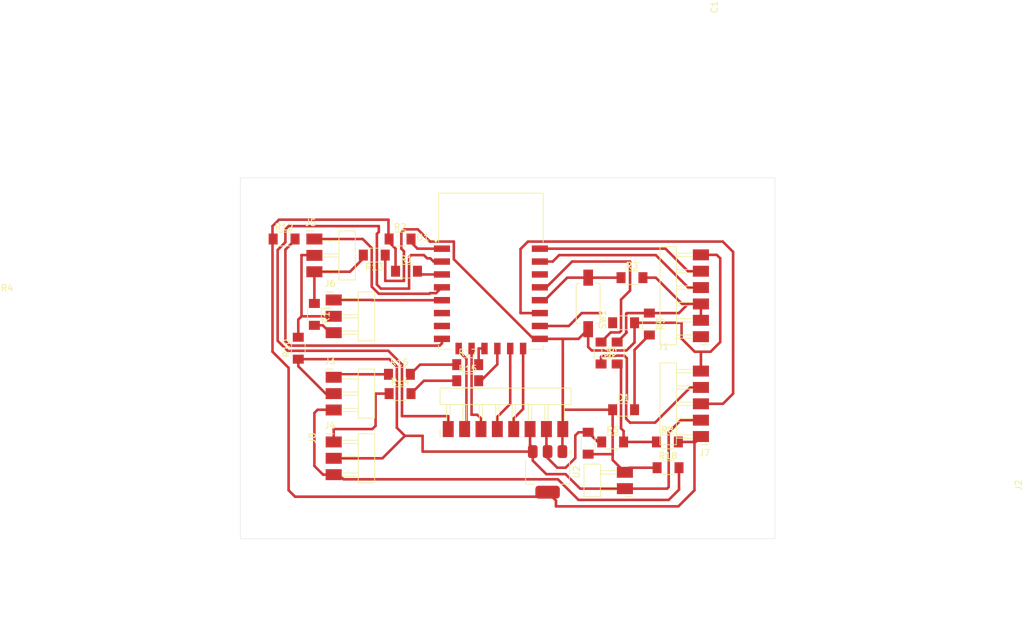
<source format=kicad_pcb>
(kicad_pcb (version 20240108) (generator "pcbnew") (generator_version "8.0")
  (layers (0 "F.Cu" signal) (31 "B.Cu" signal) (34 "B.Paste" user) (35 "F.Paste" user) (36 "B.SilkS" user "B.Silkscreen") (37 "F.SilkS" user "F.Silkscreen") (38 "B.Mask" user) (39 "F.Mask" user) (44 "Edge.Cuts" user))
  (net 0 "")
  (net 1 "Net-(D1-K)")
  (net 2 "Net-(J1-Pin_2)")
  (net 3 "Net-(D1-A)")
  (net 5 "Net-(J1-Pin_5)")
  (net 6 "Net-(J1-Pin_4)")
  (net 7 "Net-(J2-Pin_1)")
  (net 8 "Net-(J3-Pin_1)")
  (net 9 "Net-(J4-Pin_1)")
  (net 10 "Net-(J5-Pin_1)")
  (net 11 "Net-(J6-Pin_1)")
  (net 12 "Net-(J7-Pin_3)")
  (net 13 "Net-(J7-Pin_4)")
  (net 14 "Net-(J8-Pin_1)")
  (net 15 "Net-(J8-Pin_2)")
  (net 16 "Net-(J8-Pin_3)")
  (net 17 "Net-(J8-Pin_4)")
  (net 18 "Net-(J8-Pin_5)")
  (net 19 "Net-(U1-EN)")
  (net 20 "Net-(U1-~{RST})")
  (net 21 "Net-(U1-GPIO0)")
  (net 22 "Net-(U1-GPIO15)")
  (net 24 "Net-(R6-Pad2)")
  (net 25 "Net-(U1-GPIO4)")
  (net 26 "Net-(J5-Pin_2)")
  (net 27 "Net-(J6-Pin_3)")
  (net 28 "Net-(U1-VCC)")
  (net 29 "Net-(J5-Pin_3)")
  (net 30 "Net-(R14-Pad2)")
  (net 31 "Net-(U1-GPIO10)")
  (net 32 "Net-(R16-Pad2)")
  (net 33 "Net-(U1-GPIO9)")
  (net 34 "Net-(J4-Pin_3)")
  (footprint "fab:R_1206" (layer "F.Cu") (at 130.8 110.5)
    (property "Reference" "R15" (at 0 -1.85 0) (layer "F.SilkS"))
    (property "Value" "R_1206")
    (pad "1" smd rect (at -1.7 0) (size 1.4 1.7) (layers "F.Cu" "F.Paste" "F.Mask") (net 30 "Net-(R14-Pad2)"))
    (pad "2" smd rect (at 1.7 0) (size 1.4 1.7) (layers "F.Cu" "F.Paste" "F.Mask") (net 31 "Net-(U1-GPIO10)"))
  )
  (footprint "fab:R_1206" (layer "F.Cu") (at 121.3 93.5)
    (property "Reference" "R1" (at 0 -1.85 0) (layer "F.SilkS"))
    (property "Value" "R_1206")
    (pad "1" smd rect (at -1.7 0) (size 1.4 1.7) (layers "F.Cu" "F.Paste" "F.Mask") (net 2 "Net-(J1-Pin_2)"))
    (pad "2" smd rect (at 1.7 0) (size 1.4 1.7) (layers "F.Cu" "F.Paste" "F.Mask") (net 19 "Net-(U1-EN)"))
  )
  (footprint "fab:R_1206" (layer "F.Cu") (at 120.3 112.5)
    (property "Reference" "R14" (at 0 -1.85 0) (layer "F.SilkS"))
    (property "Value" "R_1206")
    (pad "1" smd rect (at -1.7 0) (size 1.4 1.7) (layers "F.Cu" "F.Paste" "F.Mask") (net 9 "Net-(J4-Pin_1)"))
    (pad "2" smd rect (at 1.7 0) (size 1.4 1.7) (layers "F.Cu" "F.Paste" "F.Mask") (net 30 "Net-(R14-Pad2)"))
  )
  (footprint "fab:PinHeader_1x05_P2.54mm_Horizontal_SMD" (layer "F.Cu") (at 167 119.16 180)
    (property "Reference" "J7" (at -1.524 -2.54 180) (layer "F.SilkS") (effects (justify right)))
    (property "Value" "Conn_PinHeader_1x05_P2.54mm_Horizontal_SMD")
    (pad "1" smd rect (at 0 0 180) (size 2.5 1.7) (layers "F.Cu" "F.Paste" "F.Mask") (net 2 "Net-(J1-Pin_2)"))
    (pad "2" smd rect (at 0 2.54 180) (size 2.5 1.7) (layers "F.Cu" "F.Paste" "F.Mask") (net 7 "Net-(J2-Pin_1)"))
    (pad "3" smd rect (at 0 5.08 180) (size 2.5 1.7) (layers "F.Cu" "F.Paste" "F.Mask") (net 12 "Net-(J7-Pin_3)"))
    (pad "4" smd rect (at 0 7.62 180) (size 2.5 1.7) (layers "F.Cu" "F.Paste" "F.Mask") (net 13 "Net-(J7-Pin_4)"))
    (pad "5" smd rect (at 0 10.16 180) (size 2.5 1.7) (layers "F.Cu" "F.Paste" "F.Mask") (net 1 "Net-(D1-K)"))
  )
  (footprint "fab:PinHeader_1x08_P2.54mm_Horizontal_SMD" (layer "F.Cu") (at 127.78 118 90)
    (property "Reference" "J8" (at -2.359 -21.09 -90) (layer "F.SilkS") (effects (justify left)))
    (property "Value" "Conn_PinHeader_1x08_P2.54mm_Horizontal_SMD")
    (pad "1" smd rect (at 0 0 90) (size 2.5 1.7) (layers "F.Cu" "F.Paste" "F.Mask") (net 14 "Net-(J8-Pin_1)"))
    (pad "2" smd rect (at 0 2.54 90) (size 2.5 1.7) (layers "F.Cu" "F.Paste" "F.Mask") (net 15 "Net-(J8-Pin_2)"))
    (pad "3" smd rect (at 0 5.08 90) (size 2.5 1.7) (layers "F.Cu" "F.Paste" "F.Mask") (net 16 "Net-(J8-Pin_3)"))
    (pad "4" smd rect (at 0 7.62 90) (size 2.5 1.7) (layers "F.Cu" "F.Paste" "F.Mask") (net 17 "Net-(J8-Pin_4)"))
    (pad "5" smd rect (at 0 10.16 90) (size 2.5 1.7) (layers "F.Cu" "F.Paste" "F.Mask") (net 18 "Net-(J8-Pin_5)"))
    (pad "6" smd rect (at 0 12.7 90) (size 2.5 1.7) (layers "F.Cu" "F.Paste" "F.Mask") (net 7 "Net-(J2-Pin_1)"))
    (pad "7" smd rect (at 0 15.24 90) (size 2.5 1.7) (layers "F.Cu" "F.Paste" "F.Mask") (net 2 "Net-(J1-Pin_2)"))
    (pad "8" smd rect (at 0 17.78 90) (size 2.5 1.7) (layers "F.Cu" "F.Paste" "F.Mask") (net 1 "Net-(D1-K)"))
  )
  (footprint "fab:R_1206" (layer "F.Cu") (at 120.2 109.5)
    (property "Reference" "R16" (at 0 -1.85 0) (layer "F.SilkS"))
    (property "Value" "R_1206")
    (pad "1" smd rect (at -1.7 0) (size 1.4 1.7) (layers "F.Cu" "F.Paste" "F.Mask") (net 8 "Net-(J3-Pin_1)"))
    (pad "2" smd rect (at 1.7 0) (size 1.4 1.7) (layers "F.Cu" "F.Paste" "F.Mask") (net 32 "Net-(R16-Pad2)"))
  )
  (footprint "fab:R_1206" (layer "F.Cu") (at 107 100.2 -90)
    (property "Reference" "R11" (at 0 -1.85 90) (layer "F.SilkS"))
    (property "Value" "R_1206")
    (pad "1" smd rect (at -1.7 0 270) (size 1.4 1.7) (layers "F.Cu" "F.Paste" "F.Mask") (net 29 "Net-(J5-Pin_3)"))
    (pad "2" smd rect (at 1.7 0 270) (size 1.4 1.7) (layers "F.Cu" "F.Paste" "F.Mask") (net 27 "Net-(J6-Pin_3)"))
  )
  (footprint "fab:R_1206" (layer "F.Cu") (at 116.3 91 180)
    (property "Reference" "R13" (at 0 -1.85 180) (layer "F.SilkS"))
    (property "Value" "R_1206")
    (pad "1" smd rect (at -1.7 0 180) (size 1.4 1.7) (layers "F.Cu" "F.Paste" "F.Mask") (net 1 "Net-(D1-K)"))
    (pad "2" smd rect (at 1.7 0 180) (size 1.4 1.7) (layers "F.Cu" "F.Paste" "F.Mask") (net 29 "Net-(J5-Pin_3)"))
  )
  (footprint "Package_TO_SOT_SMD:SOT-223-3_TabPin2" (layer "F.Cu") (at 143.2 124.65 -90)
    (property "Reference" "U2" (at 0 -4.5 90) (layer "F.SilkS"))
    (property "Value" "AMS1117-3.3")
    (pad "1" smd roundrect (at -3.15 -2.3 270) (size 2 1.5) (layers "F.Cu" "F.Paste" "F.Mask") (net 1 "Net-(D1-K)"))
    (pad "2" smd roundrect (at -3.15 0 270) (size 2 1.5) (layers "F.Cu" "F.Paste" "F.Mask") (net 2 "Net-(J1-Pin_2)"))
    (pad "2" smd roundrect (at 3.15 0 270) (size 2 3.8) (layers "F.Cu" "F.Paste" "F.Mask") (net 2 "Net-(J1-Pin_2)"))
    (pad "3" smd roundrect (at -3.15 2.3 270) (size 2 1.5) (layers "F.Cu" "F.Paste" "F.Mask") (net 7 "Net-(J2-Pin_1)"))
  )
  (footprint "fab:R_1206" (layer "F.Cu") (at 151.5 106.2 -90)
    (property "Reference" "R9" (at 0 -1.85 90) (layer "F.SilkS"))
    (property "Value" "R_1206")
    (pad "1" smd rect (at -1.7 0 270) (size 1.4 1.7) (layers "F.Cu" "F.Paste" "F.Mask") (net 25 "Net-(U1-GPIO4)"))
    (pad "2" smd rect (at 1.7 0 270) (size 1.4 1.7) (layers "F.Cu" "F.Paste" "F.Mask") (net 13 "Net-(J7-Pin_4)"))
  )
  (footprint "RF_Module:ESP-12E" (layer "F.Cu") (at 134.4 93.5)
    (property "Reference" "U1" (at -10.56 -5.26 0) (layer "F.SilkS"))
    (property "Value" "ESP-12F")
    (pad "1" smd rect (at -7.6 -3.5) (size 2.5 1) (layers "F.Cu" "F.Paste" "F.Mask") (net 20 "Net-(U1-~{RST})"))
    (pad "2" smd rect (at -7.6 -1.5) (size 2.5 1) (layers "F.Cu" "F.Paste" "F.Mask") (net 14 "Net-(J8-Pin_1)"))
    (pad "3" smd rect (at -7.6 0.5) (size 2.5 1) (layers "F.Cu" "F.Paste" "F.Mask") (net 19 "Net-(U1-EN)"))
    (pad "4" smd rect (at -7.6 2.5) (size 2.5 1) (layers "F.Cu" "F.Paste" "F.Mask") (net 10 "Net-(J5-Pin_1)"))
    (pad "5" smd rect (at -7.6 4.5) (size 2.5 1) (layers "F.Cu" "F.Paste" "F.Mask") (net 11 "Net-(J6-Pin_1)"))
    (pad "6" smd rect (at -7.6 6.5) (size 2.5 1) (layers "F.Cu" "F.Paste" "F.Mask"))
    (pad "7" smd rect (at -7.6 8.5) (size 2.5 1) (layers "F.Cu" "F.Paste" "F.Mask"))
    (pad "8" smd rect (at -7.6 10.5) (size 2.5 1) (layers "F.Cu" "F.Paste" "F.Mask") (net 28 "Net-(U1-VCC)"))
    (pad "9" smd rect (at -5 12) (size 1 1.8) (layers "F.Cu" "F.Paste" "F.Mask") (net 15 "Net-(J8-Pin_2)"))
    (pad "10" smd rect (at -3 12) (size 1 1.8) (layers "F.Cu" "F.Paste" "F.Mask") (net 16 "Net-(J8-Pin_3)"))
    (pad "11" smd rect (at -1 12) (size 1 1.8) (layers "F.Cu" "F.Paste" "F.Mask") (net 33 "Net-(U1-GPIO9)"))
    (pad "12" smd rect (at 1 12) (size 1 1.8) (layers "F.Cu" "F.Paste" "F.Mask") (net 31 "Net-(U1-GPIO10)"))
    (pad "13" smd rect (at 3 12) (size 1 1.8) (layers "F.Cu" "F.Paste" "F.Mask") (net 17 "Net-(J8-Pin_4)"))
    (pad "14" smd rect (at 5 12) (size 1 1.8) (layers "F.Cu" "F.Paste" "F.Mask") (net 18 "Net-(J8-Pin_5)"))
    (pad "15" smd rect (at 7.6 10.5) (size 2.5 1) (layers "F.Cu" "F.Paste" "F.Mask") (net 1 "Net-(D1-K)"))
    (pad "16" smd rect (at 7.6 8.5) (size 2.5 1) (layers "F.Cu" "F.Paste" "F.Mask") (net 22 "Net-(U1-GPIO15)"))
    (pad "17" smd rect (at 7.6 6.5) (size 2.5 1) (layers "F.Cu" "F.Paste" "F.Mask") (net 12 "Net-(J7-Pin_3)"))
    (pad "18" smd rect (at 7.6 4.5) (size 2.5 1) (layers "F.Cu" "F.Paste" "F.Mask") (net 21 "Net-(U1-GPIO0)"))
    (pad "19" smd rect (at 7.6 2.5) (size 2.5 1) (layers "F.Cu" "F.Paste" "F.Mask") (net 25 "Net-(U1-GPIO4)"))
    (pad "20" smd rect (at 7.6 0.5) (size 2.5 1) (layers "F.Cu" "F.Paste" "F.Mask"))
    (pad "21" smd rect (at 7.6 -1.5) (size 2.5 1) (layers "F.Cu" "F.Paste" "F.Mask") (net 6 "Net-(J1-Pin_4)"))
    (pad "22" smd rect (at 7.6 -3.5) (size 2.5 1) (layers "F.Cu" "F.Paste" "F.Mask") (net 5 "Net-(J1-Pin_5)"))
  )
  (footprint "fab:PinHeader_1x03_P2.54mm_Horizontal_SMD" (layer "F.Cu") (at 110 120)
    (property "Reference" "J4" (at -1.524 -2.54 180) (layer "F.SilkS") (effects (justify left)))
    (property "Value" "Conn_PinHeader_1x03_P2.54mm_Horizontal_SMD")
    (pad "1" smd rect (at 0 0) (size 2.5 1.7) (layers "F.Cu" "F.Paste" "F.Mask") (net 9 "Net-(J4-Pin_1)"))
    (pad "2" smd rect (at 0 2.54) (size 2.5 1.7) (layers "F.Cu" "F.Paste" "F.Mask") (net 7 "Net-(J2-Pin_1)"))
    (pad "3" smd rect (at 0 5.08) (size 2.5 1.7) (layers "F.Cu" "F.Paste" "F.Mask") (net 1 "Net-(D1-K)"))
  )
  (footprint "fab:R_1206" (layer "F.Cu") (at 104.5 105.45 90)
    (property "Reference" "R10" (at 0 -1.85 270) (layer "F.SilkS"))
    (property "Value" "R_1206")
    (pad "1" smd rect (at -1.7 0 90) (size 1.4 1.7) (layers "F.Cu" "F.Paste" "F.Mask") (net 7 "Net-(J2-Pin_1)"))
    (pad "2" smd rect (at 1.7 0 90) (size 1.4 1.7) (layers "F.Cu" "F.Paste" "F.Mask") (net 26 "Net-(J5-Pin_2)"))
  )
  (footprint "fab:PinHeader_1x03_P2.54mm_Horizontal_SMD" (layer "F.Cu") (at 107 88.5)
    (property "Reference" "J5" (at -1.524 -2.54 180) (layer "F.SilkS") (effects (justify left)))
    (property "Value" "Conn_PinHeader_1x03_P2.54mm_Horizontal_SMD")
    (pad "1" smd rect (at 0 0) (size 2.5 1.7) (layers "F.Cu" "F.Paste" "F.Mask") (net 10 "Net-(J5-Pin_1)"))
    (pad "2" smd rect (at 0 2.54) (size 2.5 1.7) (layers "F.Cu" "F.Paste" "F.Mask") (net 26 "Net-(J5-Pin_2)"))
    (pad "3" smd rect (at 0 5.08) (size 2.5 1.7) (layers "F.Cu" "F.Paste" "F.Mask") (net 29 "Net-(J5-Pin_3)"))
  )
  (footprint "fab:R_1206" (layer "F.Cu") (at 161.8 120)
    (property "Reference" "R8" (at 0 -1.85 0) (layer "F.SilkS"))
    (property "Value" "R_1206")
    (pad "1" smd rect (at -1.7 0) (size 1.4 1.7) (layers "F.Cu" "F.Paste" "F.Mask") (net 24 "Net-(R6-Pad2)"))
    (pad "2" smd rect (at 1.7 0) (size 1.4 1.7) (layers "F.Cu" "F.Paste" "F.Mask") (net 2 "Net-(J1-Pin_2)"))
  )
  (footprint "fab:R_1206" (layer "F.Cu") (at 102.3 88.5)
    (property "Reference" "R12" (at 0 -1.85 0) (layer "F.SilkS"))
    (property "Value" "R_1206")
    (pad "1" smd rect (at -1.7 0) (size 1.4 1.7) (layers "F.Cu" "F.Paste" "F.Mask") (net 2 "Net-(J1-Pin_2)"))
    (pad "2" smd rect (at 1.7 0) (size 1.4 1.7) (layers "F.Cu" "F.Paste" "F.Mask") (net 28 "Net-(U1-VCC)"))
  )
  (footprint "fab:R_1206" (layer "F.Cu") (at 154 106.2 90)
    (property "Reference" "R7" (at 0 -1.85 270) (layer "F.SilkS"))
    (property "Value" "R_1206")
    (pad "1" smd rect (at -1.7 0 90) (size 1.4 1.7) (layers "F.Cu" "F.Paste" "F.Mask") (net 24 "Net-(R6-Pad2)"))
    (pad "2" smd rect (at 1.7 0 90) (size 1.4 1.7) (layers "F.Cu" "F.Paste" "F.Mask") (net 2 "Net-(J1-Pin_2)"))
  )
  (footprint "fab:R_1206" (layer "F.Cu") (at 130.8 108)
    (property "Reference" "R17" (at 0 -1.85 0) (layer "F.SilkS"))
    (property "Value" "R_1206")
    (pad "1" smd rect (at -1.7 0) (size 1.4 1.7) (layers "F.Cu" "F.Paste" "F.Mask") (net 32 "Net-(R16-Pad2)"))
    (pad "2" smd rect (at 1.7 0) (size 1.4 1.7) (layers "F.Cu" "F.Paste" "F.Mask") (net 33 "Net-(U1-GPIO9)"))
  )
  (footprint "fab:R_1206" (layer "F.Cu") (at 156.3 94.5)
    (property "Reference" "R3" (at 0 -1.85 0) (layer "F.SilkS"))
    (property "Value" "R_1206")
    (pad "1" smd rect (at -1.7 0) (size 1.4 1.7) (layers "F.Cu" "F.Paste" "F.Mask") (net 21 "Net-(U1-GPIO0)"))
    (pad "2" smd rect (at 1.7 0) (size 1.4 1.7) (layers "F.Cu" "F.Paste" "F.Mask") (net 2 "Net-(J1-Pin_2)"))
  )
  (footprint "fab:C_1206" (layer "F.Cu") (at 149.5 120.2 -90)
    (property "Reference" "C1" (at -67.7 -19.6 90) (layer "F.SilkS"))
    (property "Value" "C_1206")
    (pad "1" smd rect (at -1.7 0 270) (size 1.4 1.7) (layers "F.Cu" "F.Paste" "F.Mask") (net 2 "Net-(J1-Pin_2)"))
    (pad "2" smd rect (at 1.7 0 270) (size 1.4 1.7) (layers "F.Cu" "F.Paste" "F.Mask") (net 1 "Net-(D1-K)"))
  )
  (footprint "fab:PinHeader_1x02_P2.54mm_Horizontal_SMD" (layer "F.Cu") (at 155.2 127.25 180)
    (property "Reference" "J2" (at -61.11 1.479 270) (layer "F.SilkS") (effects (justify right)))
    (property "Value" "Conn_PinHeader_1x02_P2.54mm_Horizontal_SMD")
    (pad "1" smd rect (at 0 0 180) (size 2.5 1.7) (layers "F.Cu" "F.Paste" "F.Mask") (net 7 "Net-(J2-Pin_1)"))
    (pad "2" smd rect (at 0 2.54 180) (size 2.5 1.7) (layers "F.Cu" "F.Paste" "F.Mask") (net 1 "Net-(D1-K)"))
  )
  (footprint "fab:R_1206" (layer "F.Cu") (at 155 101.5)
    (property "Reference" "R4" (at -95.7 -5.37 0) (layer "F.SilkS"))
    (property "Value" "R_1206")
    (pad "1" smd rect (at -1.7 0) (size 1.4 1.7) (layers "F.Cu" "F.Paste" "F.Mask") (net 22 "Net-(U1-GPIO15)"))
    (pad "2" smd rect (at 1.7 0) (size 1.4 1.7) (layers "F.Cu" "F.Paste" "F.Mask") (net 1 "Net-(D1-K)"))
  )
  (footprint "fab:R_1206" (layer "F.Cu") (at 153.3 120)
    (property "Reference" "R6" (at 0 -1.85 360) (layer "F.SilkS"))
    (property "Value" "R_1206")
    (pad "1" smd rect (at -1.7 0) (size 1.4 1.7) (layers "F.Cu" "F.Paste" "F.Mask") (net 2 "Net-(J1-Pin_2)"))
    (pad "2" smd rect (at 1.7 0) (size 1.4 1.7) (layers "F.Cu" "F.Paste" "F.Mask") (net 24 "Net-(R6-Pad2)"))
  )
  (footprint "fab:PinHeader_1x03_P2.54mm_Horizontal_SMD" (layer "F.Cu") (at 110 109.96)
    (property "Reference" "J3" (at -1.524 -2.54 180) (layer "F.SilkS") (effects (justify left)))
    (property "Value" "Conn_PinHeader_1x03_P2.54mm_Horizontal_SMD")
    (pad "1" smd rect (at 0 0) (size 2.5 1.7) (layers "F.Cu" "F.Paste" "F.Mask") (net 8 "Net-(J3-Pin_1)"))
    (pad "2" smd rect (at 0 2.54) (size 2.5 1.7) (layers "F.Cu" "F.Paste" "F.Mask") (net 7 "Net-(J2-Pin_1)"))
    (pad "3" smd rect (at 0 5.08) (size 2.5 1.7) (layers "F.Cu" "F.Paste" "F.Mask") (net 1 "Net-(D1-K)"))
  )
  (footprint "fab:LED_1206" (layer "F.Cu") (at 155 115)
    (property "Reference" "D1" (at 0 -1.85 0) (layer "F.SilkS"))
    (property "Value" "LED_1206")
    (pad "1" smd rect (at -1.7 0) (size 1.4 1.7) (layers "F.Cu" "F.Paste" "F.Mask") (net 1 "Net-(D1-K)"))
    (pad "2" smd rect (at 1.7 0) (size 1.4 1.7) (layers "F.Cu" "F.Paste" "F.Mask") (net 3 "Net-(D1-A)"))
  )
  (footprint "fab:R_1206" (layer "F.Cu") (at 120.3 88.5)
    (property "Reference" "R2" (at 0 -1.85 0) (layer "F.SilkS"))
    (property "Value" "R_1206")
    (pad "1" smd rect (at -1.7 0) (size 1.4 1.7) (layers "F.Cu" "F.Paste" "F.Mask") (net 2 "Net-(J1-Pin_2)"))
    (pad "2" smd rect (at 1.7 0) (size 1.4 1.7) (layers "F.Cu" "F.Paste" "F.Mask") (net 20 "Net-(U1-~{RST})"))
  )
  (footprint "fab:Button_CnK_PTS636.0_6x3.5mm" (layer "F.Cu") (at 149.5 98.5 -90)
    (property "Reference" "SW1" (at 2.5 -2.25 90) (layer "F.SilkS"))
    (property "Value" "Switch_Tactile_CnK")
    (pad "1" smd rect (at -4 0 270) (size 2.5 1.5) (layers "F.Cu" "F.Paste" "F.Mask") (net 21 "Net-(U1-GPIO0)"))
    (pad "2" smd rect (at 4 0 270) (size 2.5 1.5) (layers "F.Cu" "F.Paste" "F.Mask") (net 1 "Net-(D1-K)"))
  )
  (footprint "fab:PinHeader_1x06_P2.54mm_Horizontal_SMD" (layer "F.Cu") (at 167 103.66 180)
    (property "Reference" "J1" (at 4.876 -1.54 180) (layer "F.SilkS") (effects (justify right)))
    (property "Value" "Conn_PinHeader_1x06_P2.54mm_Horizontal_SMD")
    (pad "1" smd rect (at 0 0 180) (size 2.5 1.7) (layers "F.Cu" "F.Paste" "F.Mask"))
    (pad "2" smd rect (at 0 2.54 180) (size 2.5 1.7) (layers "F.Cu" "F.Paste" "F.Mask") (net 2 "Net-(J1-Pin_2)"))
    (pad "3" smd rect (at 0 5.08 180) (size 2.5 1.7) (layers "F.Cu" "F.Paste" "F.Mask") (net 2 "Net-(J1-Pin_2)"))
    (pad "4" smd rect (at 0 7.62 180) (size 2.5 1.7) (layers "F.Cu" "F.Paste" "F.Mask") (net 6 "Net-(J1-Pin_4)"))
    (pad "5" smd rect (at 0 10.16 180) (size 2.5 1.7) (layers "F.Cu" "F.Paste" "F.Mask") (net 5 "Net-(J1-Pin_5)"))
    (pad "6" smd rect (at 0 12.7 180) (size 2.5 1.7) (layers "F.Cu" "F.Paste" "F.Mask") (net 1 "Net-(D1-K)"))
  )
  (footprint "fab:PinHeader_1x03_P2.54mm_Horizontal_SMD" (layer "F.Cu") (at 110 97.96)
    (property "Reference" "J6" (at -1.524 -2.54 180) (layer "F.SilkS") (effects (justify left)))
    (property "Value" "Conn_PinHeader_1x03_P2.54mm_Horizontal_SMD")
    (pad "1" smd rect (at 0 0) (size 2.5 1.7) (layers "F.Cu" "F.Paste" "F.Mask") (net 11 "Net-(J6-Pin_1)"))
    (pad "2" smd rect (at 0 2.54) (size 2.5 1.7) (layers "F.Cu" "F.Paste" "F.Mask") (net 26 "Net-(J5-Pin_2)"))
    (pad "3" smd rect (at 0 5.08) (size 2.5 1.7) (layers "F.Cu" "F.Paste" "F.Mask") (net 27 "Net-(J6-Pin_3)"))
  )
  (footprint "fab:R_1206" (layer "F.Cu") (at 161.9 124)
    (property "Reference" "R18" (at 0 -1.85 360) (layer "F.SilkS"))
    (property "Value" "R_1206")
    (pad "1" smd rect (at -1.7 0) (size 1.4 1.7) (layers "F.Cu" "F.Paste" "F.Mask") (net 1 "Net-(D1-K)"))
    (pad "2" smd rect (at 1.7 0) (size 1.4 1.7) (layers "F.Cu" "F.Paste" "F.Mask") (net 34 "Net-(J4-Pin_3)"))
  )
  (footprint "fab:R_1206" (layer "F.Cu") (at 159 101.7 -90)
    (property "Reference" "R5" (at 0 -1.85 90) (layer "F.SilkS"))
    (property "Value" "R_1206")
    (pad "1" smd rect (at -1.7 0 270) (size 1.4 1.7) (layers "F.Cu" "F.Paste" "F.Mask") (net 2 "Net-(J1-Pin_2)"))
    (pad "2" smd rect (at 1.7 0 270) (size 1.4 1.7) (layers "F.Cu" "F.Paste" "F.Mask") (net 3 "Net-(D1-A)"))
  )
  (gr_rect (start 95.5 79) (end 178.5 135) (stroke (width 0.05)) (fill none) (layer "Edge.Cuts"))
  (segment (start 120.5 87.5) (end 121 87) (width 0.4) (layer "F.Cu") (net 1))
  (segment (start 120.9 90.4) (end 120.5 90) (width 0.4) (layer "F.Cu") (net 1))
  (segment (start 155.91 124) (end 155.2 124.71) (width 0.4) (layer "F.Cu") (net 1))
  (segment (start 145.56 116) (end 145.56 116.94) (width 0.4) (layer "F.Cu") (net 1))
  (segment (start 118 91.5) (end 118 95) (width 0.4) (layer "F.Cu") (net 1))
  (segment (start 145.5 104) (end 148 104) (width 0.4) (layer "F.Cu") (net 1))
  (segment (start 167 90.96) (end 169.46 90.96) (width 0.4) (layer "F.Cu") (net 1))
  (segment (start 153.3 122.81) (end 155.2 124.71) (width 0.4) (layer "F.Cu") (net 1))
  (segment (start 145.56 116.94) (end 145.5 117) (width 0.4) (layer "F.Cu") (net 1))
  (segment (start 107 123.73) (end 107 115.5) (width 0.4) (layer "F.Cu") (net 1))
  (segment (start 164 101.5) (end 164 103.96) (width 0.4) (layer "F.Cu") (net 1))
  (segment (start 170 104.5) (end 168.5 106) (width 0.4) (layer "F.Cu") (net 1))
  (segment (start 120.5 90) (end 120.5 87.5) (width 0.4) (layer "F.Cu") (net 1))
  (segment (start 170 91.5) (end 170 104.5) (width 0.4) (layer "F.Cu") (net 1))
  (segment (start 164 103.96) (end 166.04 106) (width 0.4) (layer "F.Cu") (net 1))
  (segment (start 155.45 105.8) (end 156.7 104.55) (width 0.4) (layer "F.Cu") (net 1))
  (segment (start 120.9 95) (end 120.9 90.4) (width 0.4) (layer "F.Cu") (net 1))
  (segment (start 149.5 105.25) (end 150.05 105.8) (width 0.4) (layer "F.Cu") (net 1))
  (segment (start 156.7 104.55) (end 156.7 101.5) (width 0.4) (layer "F.Cu") (net 1))
  (segment (start 145.56 116) (end 145.56 115) (width 0.4) (layer "F.Cu") (net 1))
  (segment (start 145.56 115) (end 145.56 104.06) (width 0.4) (layer "F.Cu") (net 1))
  (segment (start 153.3 116.5) (end 153.3 122) (width 0.4) (layer "F.Cu") (net 1))
  (segment (start 107 115.5) (end 107.5 115) (width 0.4) (layer "F.Cu") (net 1))
  (segment (start 142 104) (end 145.5 104) (width 0.4) (layer "F.Cu") (net 1))
  (segment (start 156.7 101.5) (end 164 101.5) (width 0.4) (layer "F.Cu") (net 1))
  (segment (start 108.35 125.08) (end 107 123.73) (width 0.4) (layer "F.Cu") (net 1))
  (segment (start 153.3 115) (end 145.56 115) (width 0.4) (layer "F.Cu") (net 1))
  (segment (start 110 125.08) (end 108.35 125.08) (width 0.4) (layer "F.Cu") (net 1))
  (segment (start 145.5 117) (end 145.5 121.5) (width 0.4) (layer "F.Cu") (net 1))
  (segment (start 128.65 88.9) (end 128.65 91.65) (width 0.4) (layer "F.Cu") (net 1))
  (segment (start 153.2 121.9) (end 153.3 122) (width 0.4) (layer "F.Cu") (net 1))
  (segment (start 160.2 124) (end 155.91 124) (width 0.4) (layer "F.Cu") (net 1))
  (segment (start 166.04 106) (end 167 106) (width 0.4) (layer "F.Cu") (net 1))
  (segment (start 109.96 115) (end 110 115.04) (width 0.4) (layer "F.Cu") (net 1))
  (segment (start 168.5 106) (end 167 106) (width 0.4) (layer "F.Cu") (net 1))
  (segment (start 148 104) (end 149.5 102.5) (width 0.4) (layer "F.Cu") (net 1))
  (segment (start 141 104) (end 142 104) (width 0.4) (layer "F.Cu") (net 1))
  (segment (start 124.95 88.9) (end 128.65 88.9) (width 0.4) (layer "F.Cu") (net 1))
  (segment (start 149.5 102.5) (end 149.5 105.25) (width 0.4) (layer "F.Cu") (net 1))
  (segment (start 169.46 90.96) (end 170 91.5) (width 0.4) (layer "F.Cu") (net 1))
  (segment (start 145.56 104.06) (end 145.5 104) (width 0.4) (layer "F.Cu") (net 1))
  (segment (start 167 109) (end 167 106) (width 0.4) (layer "F.Cu") (net 1))
  (segment (start 118 95) (end 120.9 95) (width 0.4) (layer "F.Cu") (net 1))
  (segment (start 128.65 91.65) (end 141 104) (width 0.4) (layer "F.Cu") (net 1))
  (segment (start 121 87) (end 123.05 87) (width 0.4) (layer "F.Cu") (net 1))
  (segment (start 150.05 105.8) (end 155.45 105.8) (width 0.4) (layer "F.Cu") (net 1))
  (segment (start 153.3 122) (end 153.3 122.81) (width 0.4) (layer "F.Cu") (net 1))
  (segment (start 153.3 115) (end 153.3 116.5) (width 0.4) (layer "F.Cu") (net 1))
  (segment (start 149.5 121.9) (end 153.2 121.9) (width 0.4) (layer "F.Cu") (net 1))
  (segment (start 123.05 87) (end 124.95 88.9) (width 0.4) (layer "F.Cu") (net 1))
  (segment (start 167 90.96) (end 166.96 90.96) (width 0.4) (layer "F.Cu") (net 1))
  (segment (start 107.5 115) (end 109.96 115) (width 0.4) (layer "F.Cu") (net 1))
  (segment (start 159 100) (end 163.58 100) (width 0.4) (layer "F.Cu") (net 2))
  (segment (start 100.5 86.5) (end 100.5 106) (width 0.4) (layer "F.Cu") (net 2))
  (segment (start 155.5 103) (end 155.4 102.9) (width 0.4) (layer "F.Cu") (net 2))
  (segment (start 163.5 120) (end 166.16 120) (width 0.4) (layer "F.Cu") (net 2))
  (segment (start 155.4 102.9) (end 155.4 100.1) (width 0.4) (layer "F.Cu") (net 2))
  (segment (start 142.5 128.5) (end 143.2 127.8) (width 0.4) (layer "F.Cu") (net 2))
  (segment (start 118.5 85.5) (end 101.5 85.5) (width 0.4) (layer "F.Cu") (net 2))
  (segment (start 100.5 106) (end 103 108.5) (width 0.4) (layer "F.Cu") (net 2))
  (segment (start 154 104.5) (end 155.5 103) (width 0.4) (layer "F.Cu") (net 2))
  (segment (start 103 127.5) (end 104 128.5) (width 0.4) (layer "F.Cu") (net 2))
  (segment (start 144.5 130) (end 144.5 129.1) (width 0.4) (layer "F.Cu") (net 2))
  (segment (start 143.02 118) (end 143.02 121.32) (width 0.4) (layer "F.Cu") (net 2))
  (segment (start 118.6 89) (end 118.5 88.9) (width 0.4) (layer "F.Cu") (net 2))
  (segment (start 167 98.58) (end 167 101.12) (width 0.4) (layer "F.Cu") (net 2))
  (segment (start 147.5 122.5) (end 146 124) (width 0.4) (layer "F.Cu") (net 2))
  (segment (start 149.5 118.5) (end 148 118.5) (width 0.4) (layer "F.Cu") (net 2))
  (segment (start 119.6 94) (end 119.6 90) (width 0.4) (layer "F.Cu") (net 2))
  (segment (start 144.5 129.1) (end 143.2 127.8) (width 0.4) (layer "F.Cu") (net 2))
  (segment (start 146 124) (end 144.7 124) (width 0.4) (layer "F.Cu") (net 2))
  (segment (start 165 98.58) (end 164.08 98.58) (width 0.4) (layer "F.Cu") (net 2))
  (segment (start 118.9 88.7) (end 118.6 89) (width 0.4) (layer "F.Cu") (net 2))
  (segment (start 118.5 88.9) (end 118.5 85.5) (width 0.4) (layer "F.Cu") (net 2))
  (segment (start 163.58 100) (end 165 98.58) (width 0.4) (layer "F.Cu") (net 2))
  (segment (start 155.4 100.1) (end 155.5 100) (width 0.4) (layer "F.Cu") (net 2))
  (segment (start 148 118.5) (end 147.5 119) (width 0.4) (layer "F.Cu") (net 2))
  (segment (start 155.5 100) (end 159 100) (width 0.4) (layer "F.Cu") (net 2))
  (segment (start 164.08 98.58) (end 160 94.5) (width 0.4) (layer "F.Cu") (net 2))
  (segment (start 167 98.58) (end 165 98.58) (width 0.4) (layer "F.Cu") (net 2))
  (segment (start 160 94.5) (end 158 94.5) (width 0.4) (layer "F.Cu") (net 2))
  (segment (start 101.5 85.5) (end 100.5 86.5) (width 0.4) (layer "F.Cu") (net 2))
  (segment (start 166.16 120) (end 167 119.16) (width 0.4) (layer "F.Cu") (net 2))
  (segment (start 151.6 120) (end 151 120) (width 0.4) (layer "F.Cu") (net 2))
  (segment (start 166 120.16) (end 166 127.5) (width 0.4) (layer "F.Cu") (net 2))
  (segment (start 167 119.16) (end 166 120.16) (width 0.4) (layer "F.Cu") (net 2))
  (segment (start 149.5 118.5) (end 150 118.5) (width 0.4) (layer "F.Cu") (net 2))
  (segment (start 103 108.5) (end 103 127.5) (width 0.4) (layer "F.Cu") (net 2))
  (segment (start 151 120) (end 149.5 118.5) (width 0.4) (layer "F.Cu") (net 2))
  (segment (start 144.7 124) (end 143.2 122.5) (width 0.4) (layer "F.Cu") (net 2))
  (segment (start 163.5 130) (end 144.5 130) (width 0.4) (layer "F.Cu") (net 2))
  (segment (start 143.02 121.32) (end 143.2 121.5) (width 0.4) (layer "F.Cu") (net 2))
  (segment (start 104 128.5) (end 142.5 128.5) (width 0.4) (layer "F.Cu") (net 2))
  (segment (start 147.5 119) (end 147.5 122.5) (width 0.4) (layer "F.Cu") (net 2))
  (segment (start 143.2 122.5) (end 143.2 121.5) (width 0.4) (layer "F.Cu") (net 2))
  (segment (start 119.6 90) (end 118.6 89) (width 0.4) (layer "F.Cu") (net 2))
  (segment (start 166 127.5) (end 163.5 130) (width 0.4) (layer "F.Cu") (net 2))
  (segment (start 156.7 105.7) (end 159 103.4) (width 0.4) (layer "F.Cu") (net 3))
  (segment (start 156.7 115) (end 156.7 105.7) (width 0.4) (layer "F.Cu") (net 3))
  (segment (start 161.5 90) (end 142 90) (width 0.4) (layer "F.Cu") (net 5))
  (segment (start 167 93.5) (end 165 93.5) (width 0.4) (layer "F.Cu") (net 5))
  (segment (start 165 93.5) (end 161.5 90) (width 0.4) (layer "F.Cu") (net 5))
  (segment (start 144 92) (end 142 92) (width 0.4) (layer "F.Cu") (net 6))
  (segment (start 160 91) (end 145 91) (width 0.4) (layer "F.Cu") (net 6))
  (segment (start 167 96.04) (end 165.04 96.04) (width 0.4) (layer "F.Cu") (net 6))
  (segment (start 145 91) (end 144 92) (width 0.4) (layer "F.Cu") (net 6))
  (segment (start 165.04 96.04) (end 160 91) (width 0.4) (layer "F.Cu") (net 6))
  (segment (start 123.8 119.05) (end 121.05 119.05) (width 0.4) (layer "F.Cu") (net 7))
  (segment (start 163.88 116.62) (end 167 116.62) (width 0.4) (layer "F.Cu") (net 7))
  (segment (start 148.25 127.25) (end 146 125) (width 0.4) (layer "F.Cu") (net 7))
  (segment (start 140.9 121.5) (end 140.9 120.9) (width 0.4) (layer "F.Cu") (net 7))
  (segment (start 108.75 112.5) (end 110 112.5) (width 0.4) (layer "F.Cu") (net 7))
  (segment (start 121.05 119.05) (end 119.8 117.8) (width 0.4) (layer "F.Cu") (net 7))
  (segment (start 104.5 107.15) (end 104.5 108.25) (width 0.4) (layer "F.Cu") (net 7))
  (segment (start 118.65 107.15) (end 104.5 107.15) (width 0.4) (layer "F.Cu") (net 7))
  (segment (start 162 127) (end 162 118.5) (width 0.4) (layer "F.Cu") (net 7))
  (segment (start 162 118.5) (end 163.88 116.62) (width 0.4) (layer "F.Cu") (net 7))
  (segment (start 140.9 121.5) (end 123.8 121.5) (width 0.4) (layer "F.Cu") (net 7))
  (segment (start 119.8 108.3) (end 118.65 107.15) (width 0.4) (layer "F.Cu") (net 7))
  (segment (start 140.48 118) (end 140.48 121.08) (width 0.4) (layer "F.Cu") (net 7))
  (segment (start 155.2 127.25) (end 161.75 127.25) (width 0.4) (layer "F.Cu") (net 7))
  (segment (start 161.75 127.25) (end 162 127) (width 0.4) (layer "F.Cu") (net 7))
  (segment (start 104.5 108.25) (end 108.75 112.5) (width 0.4) (layer "F.Cu") (net 7))
  (segment (start 146 125) (end 143 125) (width 0.4) (layer "F.Cu") (net 7))
  (segment (start 123.8 121.5) (end 123.8 119.05) (width 0.4) (layer "F.Cu") (net 7))
  (segment (start 117.56 122.54) (end 110 122.54) (width 0.4) (layer "F.Cu") (net 7))
  (segment (start 140.9 120.9) (end 140.48 120.48) (width 0.4) (layer "F.Cu") (net 7))
  (segment (start 119.8 117.8) (end 119.8 108.3) (width 0.4) (layer "F.Cu") (net 7))
  (segment (start 155.2 127.25) (end 148.25 127.25) (width 0.4) (layer "F.Cu") (net 7))
  (segment (start 140.9 122.9) (end 140.9 121.5) (width 0.4) (layer "F.Cu") (net 7))
  (segment (start 143 125) (end 140.9 122.9) (width 0.4) (layer "F.Cu") (net 7))
  (segment (start 140.48 121.08) (end 140.9 121.5) (width 0.4) (layer "F.Cu") (net 7))
  (segment (start 121.05 119.05) (end 117.56 122.54) (width 0.4) (layer "F.Cu") (net 7))
  (segment (start 118.5 109.5) (end 110.46 109.5) (width 0.4) (layer "F.Cu") (net 8))
  (segment (start 110.46 109.5) (end 110 109.96) (width 0.4) (layer "F.Cu") (net 8))
  (segment (start 116.5 117.5) (end 116.5 112.5) (width 0.4) (layer "F.Cu") (net 9))
  (segment (start 116 118) (end 116.5 117.5) (width 0.4) (layer "F.Cu") (net 9))
  (segment (start 110 118) (end 116 118) (width 0.4) (layer "F.Cu") (net 9))
  (segment (start 116.5 112.5) (end 118.6 112.5) (width 0.4) (layer "F.Cu") (net 9))
  (segment (start 110 120) (end 110 118) (width 0.4) (layer "F.Cu") (net 9))
  (segment (start 117 97) (end 124.85 97) (width 0.4) (layer "F.Cu") (net 10))
  (segment (start 124.85 97) (end 124.95 96.9) (width 0.4) (layer "F.Cu") (net 10))
  (segment (start 125.9 96.9) (end 126.8 96) (width 0.4) (layer "F.Cu") (net 10))
  (segment (start 124.95 96.9) (end 125.9 96.9) (width 0.4) (layer "F.Cu") (net 10))
  (segment (start 115.9 89.9) (end 115.9 95.9) (width 0.4) (layer "F.Cu") (net 10))
  (segment (start 107.5 88.5) (end 114.5 88.5) (width 0.4) (layer "F.Cu") (net 10))
  (segment (start 115.9 95.9) (end 117 97) (width 0.4) (layer "F.Cu") (net 10))
  (segment (start 114.5 88.5) (end 115.9 89.9) (width 0.4) (layer "F.Cu") (net 10))
  (segment (start 116 98) (end 115.96 97.96) (width 0.4) (layer "F.Cu") (net 11))
  (segment (start 126.8 98) (end 116 98) (width 0.4) (layer "F.Cu") (net 11))
  (segment (start 115.96 97.96) (end 110 97.96) (width 0.4) (layer "F.Cu") (net 11))
  (segment (start 172 90.5) (end 172 112.5) (width 0.4) (layer "F.Cu") (net 12))
  (segment (start 170.4 88.9) (end 172 90.5) (width 0.4) (layer "F.Cu") (net 12))
  (segment (start 170.42 114.08) (end 167 114.08) (width 0.4) (layer "F.Cu") (net 12))
  (segment (start 139 100) (end 139 90.05) (width 0.4) (layer "F.Cu") (net 12))
  (segment (start 172 112.5) (end 170.42 114.08) (width 0.4) (layer "F.Cu") (net 12))
  (segment (start 142 100) (end 139 100) (width 0.4) (layer "F.Cu") (net 12))
  (segment (start 140.15 88.9) (end 170.4 88.9) (width 0.4) (layer "F.Cu") (net 12))
  (segment (start 139 90.05) (end 140.15 88.9) (width 0.4) (layer "F.Cu") (net 12))
  (segment (start 155.5 113.45) (end 155.4 113.55) (width 0.4) (layer "F.Cu") (net 13))
  (segment (start 155.5 107) (end 155.5 113.45) (width 0.4) (layer "F.Cu") (net 13))
  (segment (start 151.5 106.8) (end 151.7 106.6) (width 0.4) (layer "F.Cu") (net 13))
  (segment (start 151.5 107.9) (end 151.5 106.8) (width 0.4) (layer "F.Cu") (net 13))
  (segment (start 151.7 106.6) (end 155.1 106.6) (width 0.4) (layer "F.Cu") (net 13))
  (segment (start 155.1 106.6) (end 155.5 107) (width 0.4) (layer "F.Cu") (net 13))
  (segment (start 156 117) (end 159.89 117) (width 0.4) (layer "F.Cu") (net 13))
  (segment (start 155.4 113.55) (end 155.4 116.4) (width 0.4) (layer "F.Cu") (net 13))
  (segment (start 165.35 111.54) (end 167 111.54) (width 0.4) (layer "F.Cu") (net 13))
  (segment (start 155.4 116.4) (end 156 117) (width 0.4) (layer "F.Cu") (net 13))
  (segment (start 159.89 117) (end 165.35 111.54) (width 0.4) (layer "F.Cu") (net 13))
  (segment (start 127.78 116) (end 120.6 116) (width 0.4) (layer "F.Cu") (net 14))
  (segment (start 124 91) (end 124.5 91.5) (width 0.4) (layer "F.Cu") (net 14))
  (segment (start 127.78 118) (end 127.78 116) (width 0.4) (layer "F.Cu") (net 14))
  (segment (start 117.33137 96.2) (end 121.7 96.2) (width 0.4) (layer "F.Cu") (net 14))
  (segment (start 124.5 91.5) (end 125 91.5) (width 0.4) (layer "F.Cu") (net 14))
  (segment (start 116.7 95.56863) (end 117.33137 96.2) (width 0.4) (layer "F.Cu") (net 14))
  (segment (start 101.3 90.2) (end 102.5 89) (width 0.4) (layer "F.Cu") (net 14))
  (segment (start 122 91) (end 124 91) (width 0.4) (layer "F.Cu") (net 14))
  (segment (start 102.85 105.85) (end 101.3 104.3) (width 0.4) (layer "F.Cu") (net 14))
  (segment (start 118.48137 105.85) (end 102.85 105.85) (width 0.4) (layer "F.Cu") (net 14))
  (segment (start 125.5 92) (end 126.8 92) (width 0.4) (layer "F.Cu") (net 14))
  (segment (start 121.7 91.3) (end 122 91) (width 0.4) (layer "F.Cu") (net 14))
  (segment (start 120.6 107.96863) (end 118.48137 105.85) (width 0.4) (layer "F.Cu") (net 14))
  (segment (start 121.7 96.2) (end 121.7 91.3) (width 0.4) (layer "F.Cu") (net 14))
  (segment (start 120.6 116) (end 120.6 107.96863) (width 0.4) (layer "F.Cu") (net 14))
  (segment (start 125 91.5) (end 125.5 92) (width 0.4) (layer "F.Cu") (net 14))
  (segment (start 102.5 87) (end 103 86.5) (width 0.4) (layer "F.Cu") (net 14))
  (segment (start 117 87.4) (end 116.7 87.7) (width 0.4) (layer "F.Cu") (net 14))
  (segment (start 116.7 87.7) (end 116.7 95.56863) (width 0.4) (layer "F.Cu") (net 14))
  (segment (start 117 86.5) (end 117 87.4) (width 0.4) (layer "F.Cu") (net 14))
  (segment (start 101.3 104.3) (end 101.3 90.2) (width 0.4) (layer "F.Cu") (net 14))
  (segment (start 103 86.5) (end 117 86.5) (width 0.4) (layer "F.Cu") (net 14))
  (segment (start 102.5 89) (end 102.5 87) (width 0.4) (layer "F.Cu") (net 14))
  (segment (start 130.6 117.72) (end 130.32 118) (width 0.4) (layer "F.Cu") (net 15))
  (segment (start 129.4 105.9) (end 130.6 107.1) (width 0.4) (layer "F.Cu") (net 15))
  (segment (start 129.4 105.5) (end 129.4 105.9) (width 0.4) (layer "F.Cu") (net 15))
  (segment (start 130.6 107.1) (end 130.6 117.72) (width 0.4) (layer "F.Cu") (net 15))
  (segment (start 132.28 115.78) (end 132.86 116.36) (width 0.4) (layer "F.Cu") (net 16))
  (segment (start 131.4 115.78) (end 132.28 115.78) (width 0.4) (layer "F.Cu") (net 16))
  (segment (start 131.4 105.5) (end 131.4 115.78) (width 0.4) (layer "F.Cu") (net 16))
  (segment (start 132.86 116.36) (end 132.86 118) (width 0.4) (layer "F.Cu") (net 16))
  (segment (start 137.4 114.1) (end 137.4 105.5) (width 0.4) (layer "F.Cu") (net 17))
  (segment (start 135.4 118) (end 135.4 116.1) (width 0.4) (layer "F.Cu") (net 17))
  (segment (start 135.4 116.1) (end 137.4 114.1) (width 0.4) (layer "F.Cu") (net 17))
  (segment (start 137.94 118) (end 137.94 116.35) (width 0.4) (layer "F.Cu") (net 18))
  (segment (start 137.94 116.35) (end 139.4 114.89) (width 0.4) (layer "F.Cu") (net 18))
  (segment (start 139.4 114.89) (end 139.4 105.5) (width 0.4) (layer "F.Cu") (net 18))
  (segment (start 126.8 94) (end 123 94) (width 0.4) (layer "F.Cu") (net 19))
  (segment (start 123 90) (end 122 89) (width 0.4) (layer "F.Cu") (net 20))
  (segment (start 126.8 90) (end 123 90) (width 0.4) (layer "F.Cu") (net 20))
  (segment (start 142.75 98) (end 146.25 94.5) (width 0.4) (layer "F.Cu") (net 21))
  (segment (start 142 98) (end 142.75 98) (width 0.4) (layer "F.Cu") (net 21))
  (segment (start 146.25 94.5) (end 149.5 94.5) (width 0.4) (layer "F.Cu") (net 21))
  (segment (start 149.5 94.5) (end 154.6 94.5) (width 0.4) (layer "F.Cu") (net 21))
  (segment (start 142 102) (end 146.5 102) (width 0.4) (layer "F.Cu") (net 22))
  (segment (start 148.5 100) (end 151.5 100) (width 0.4) (layer "F.Cu") (net 22))
  (segment (start 146.5 102) (end 148.5 100) (width 0.4) (layer "F.Cu") (net 22))
  (segment (start 154.6 108.5) (end 154.6 117.9) (width 0.4) (layer "F.Cu") (net 24))
  (segment (start 154.6 117.9) (end 155 118.3) (width 0.4) (layer "F.Cu") (net 24))
  (segment (start 155 118.3) (end 155 120) (width 0.4) (layer "F.Cu") (net 24))
  (segment (start 154 107.9) (end 154.6 108.5) (width 0.4) (layer "F.Cu") (net 24))
  (segment (start 160.1 120) (end 155 120) (width 0.4) (layer "F.Cu") (net 24))
  (segment (start 153 103) (end 154.36863 103) (width 0.4) (layer "F.Cu") (net 25))
  (segment (start 154.6 102.76863) (end 154.6 97.9) (width 0.4) (layer "F.Cu") (net 25))
  (segment (start 154.6 97.9) (end 156 96.5) (width 0.4) (layer "F.Cu") (net 25))
  (segment (start 151.5 104.5) (end 153 103) (width 0.4) (layer "F.Cu") (net 25))
  (segment (start 156 92) (end 147 92) (width 0.4) (layer "F.Cu") (net 25))
  (segment (start 147 92) (end 143 96) (width 0.4) (layer "F.Cu") (net 25))
  (segment (start 154.36863 103) (end 154.6 102.76863) (width 0.4) (layer "F.Cu") (net 25))
  (segment (start 156 96.5) (end 156 92) (width 0.4) (layer "F.Cu") (net 25))
  (segment (start 143 96) (end 142 96) (width 0.4) (layer "F.Cu") (net 25))
  (segment (start 104.5 101) (end 105 100.5) (width 0.4) (layer "F.Cu") (net 26))
  (segment (start 104.5 103.75) (end 104.5 101) (width 0.4) (layer "F.Cu") (net 26))
  (segment (start 105 100.5) (end 110 100.5) (width 0.4) (layer "F.Cu") (net 26))
  (segment (start 105 91) (end 105 100.5) (width 0.4) (layer "F.Cu") (net 26))
  (segment (start 105 91) (end 107.46 91) (width 0.4) (layer "F.Cu") (net 26))
  (segment (start 105.04 91.04) (end 105 91) (width 0.4) (layer "F.Cu") (net 26))
  (segment (start 107.46 91) (end 107.5 91.04) (width 0.4) (layer "F.Cu") (net 26))
  (segment (start 107 101.9) (end 108.308629 101.9) (width 0.4) (layer "F.Cu") (net 27))
  (segment (start 108.308629 101.9) (end 109.724315 103.315686) (width 0.4) (layer "F.Cu") (net 27))
  (segment (start 104 88.5) (end 104 88.65) (width 0.4) (layer "F.Cu") (net 28))
  (segment (start 104 88.65) (end 102.5 90.15) (width 0.4) (layer "F.Cu") (net 28))
  (segment (start 102.5 104.36863) (end 103.18137 105.05) (width 0.4) (layer "F.Cu") (net 28))
  (segment (start 126.45 105.05) (end 126.8 104.7) (width 0.4) (layer "F.Cu") (net 28))
  (segment (start 126.8 104.7) (end 126.8 104) (width 0.4) (layer "F.Cu") (net 28))
  (segment (start 103.18137 105.05) (end 126.45 105.05) (width 0.4) (layer "F.Cu") (net 28))
  (segment (start 102.5 90.15) (end 102.5 104.36863) (width 0.4) (layer "F.Cu") (net 28))
  (segment (start 126.8 104) (end 127.55 104) (width 0.4) (layer "F.Cu") (net 28))
  (segment (start 112.52 93.58) (end 107 93.58) (width 0.4) (layer "F.Cu") (net 29))
  (segment (start 107 94.08) (end 107.5 93.58) (width 0.4) (layer "F.Cu") (net 29))
  (segment (start 107 98.5) (end 107 94.08) (width 0.4) (layer "F.Cu") (net 29))
  (segment (start 107.5 98) (end 107 98.5) (width 0.4) (layer "F.Cu") (net 29))
  (segment (start 114.6 91.5) (end 112.52 93.58) (width 0.4) (layer "F.Cu") (net 29))
  (segment (start 129.6 110.5) (end 124 110.5) (width 0.4) (layer "F.Cu") (net 30))
  (segment (start 124 110.5) (end 122 112.5) (width 0.4) (layer "F.Cu") (net 30))
  (segment (start 133 110.35) (end 135.4 107.95) (width 0.4) (layer "F.Cu") (net 31))
  (segment (start 133 110.5) (end 133 110.35) (width 0.4) (layer "F.Cu") (net 31))
  (segment (start 135.4 107.95) (end 135.4 105.5) (width 0.4) (layer "F.Cu") (net 31))
  (segment (start 123.4 108) (end 121.9 109.5) (width 0.4) (layer "F.Cu") (net 32))
  (segment (start 129.5 108) (end 123.4 108) (width 0.4) (layer "F.Cu") (net 32))
  (segment (start 132.5 108) (end 132.5 105.5) (width 0.4) (layer "F.Cu") (net 33))
  (segment (start 132.5 105.5) (end 133.4 105.5) (width 0.4) (layer "F.Cu") (net 33))
  (segment (start 148 129) (end 144.8 125.8) (width 0.4) (layer "F.Cu") (net 34))
  (segment (start 163.6 124) (end 163.6 127.4) (width 0.4) (layer "F.Cu") (net 34))
  (segment (start 144.8 125.8) (end 111.52 125.8) (width 0.4) (layer "F.Cu") (net 34))
  (segment (start 163.6 127.4) (end 162 129) (width 0.4) (layer "F.Cu") (net 34))
  (segment (start 162 129) (end 148 129) (width 0.4) (layer "F.Cu") (net 34))
  (segment (start 111.52 125.8) (end 110.8 125.08) (width 0.4) (layer "F.Cu") (net 34))
)
</source>
